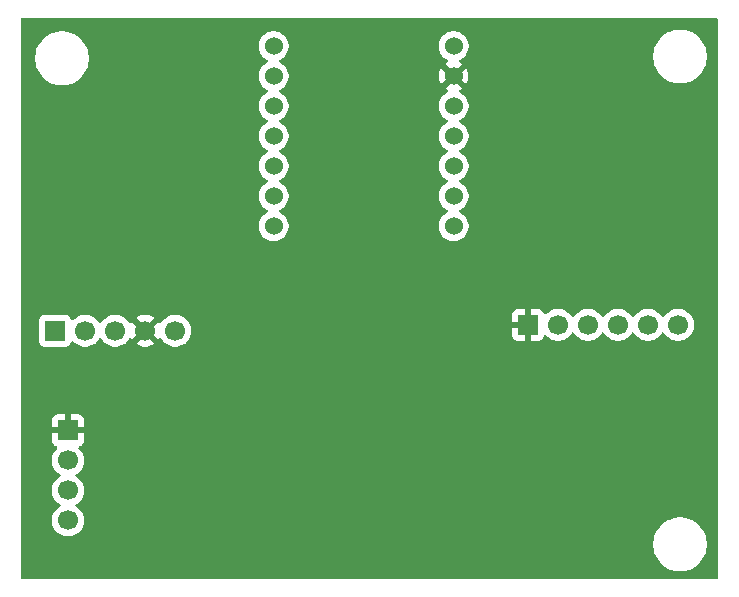
<source format=gbr>
%TF.GenerationSoftware,KiCad,Pcbnew,9.0.2*%
%TF.CreationDate,2025-07-07T13:49:35+02:00*%
%TF.ProjectId,Particulate_matters,50617274-6963-4756-9c61-74655f6d6174,rev?*%
%TF.SameCoordinates,Original*%
%TF.FileFunction,Copper,L2,Bot*%
%TF.FilePolarity,Positive*%
%FSLAX46Y46*%
G04 Gerber Fmt 4.6, Leading zero omitted, Abs format (unit mm)*
G04 Created by KiCad (PCBNEW 9.0.2) date 2025-07-07 13:49:35*
%MOMM*%
%LPD*%
G01*
G04 APERTURE LIST*
%TA.AperFunction,ComponentPad*%
%ADD10R,1.700000X1.700000*%
%TD*%
%TA.AperFunction,ComponentPad*%
%ADD11C,1.700000*%
%TD*%
%TA.AperFunction,ComponentPad*%
%ADD12C,1.524000*%
%TD*%
%TA.AperFunction,ViaPad*%
%ADD13C,0.600000*%
%TD*%
G04 APERTURE END LIST*
D10*
%TO.P,U5,1,GND*%
%TO.N,GND*%
X77470000Y-91440000D03*
D11*
%TO.P,U5,2,VCC*%
%TO.N,VCC*%
X77470000Y-93980000D03*
%TO.P,U5,3,SCK*%
%TO.N,Net-(U1-GPIO9{slash}D5{slash}I2C_SCL)*%
X77470000Y-96520000D03*
%TO.P,U5,4,SDA*%
%TO.N,Net-(U1-GPIO5{slash}D4{slash}I2C_SDA)*%
X77470000Y-99060000D03*
%TD*%
D10*
%TO.P,U2,1,PPS*%
%TO.N,unconnected-(U2-PPS-Pad1)*%
X76380000Y-83000000D03*
D11*
%TO.P,U2,2,RX*%
%TO.N,Net-(U1-GPIO2{slash}DA{slash}A1)*%
X78920000Y-83000000D03*
%TO.P,U2,3,TX*%
%TO.N,Net-(U1-GPIO3{slash}D2{slash}A2)*%
X81460000Y-83000000D03*
%TO.P,U2,4,GND*%
%TO.N,GND*%
X84000000Y-83000000D03*
%TO.P,U2,5,VCC*%
%TO.N,VCC*%
X86540000Y-83000000D03*
%TD*%
D12*
%TO.P,U1,1,GPIO1/D0/A0*%
%TO.N,unconnected-(U1-GPIO1{slash}D0{slash}A0-Pad1)*%
X94874000Y-58908750D03*
%TO.P,U1,2,GPIO2/DA/A1*%
%TO.N,Net-(U1-GPIO2{slash}DA{slash}A1)*%
X94874000Y-61448750D03*
%TO.P,U1,3,GPIO3/D2/A2*%
%TO.N,Net-(U1-GPIO3{slash}D2{slash}A2)*%
X94874000Y-63988750D03*
%TO.P,U1,4,GPIO4/D3/A3*%
%TO.N,unconnected-(U1-GPIO4{slash}D3{slash}A3-Pad4)*%
X94874000Y-66528750D03*
%TO.P,U1,5,GPIO5/D4/I2C_SDA*%
%TO.N,Net-(U1-GPIO5{slash}D4{slash}I2C_SDA)*%
X94874000Y-69068750D03*
%TO.P,U1,6,GPIO9/D5/I2C_SCL*%
%TO.N,Net-(U1-GPIO9{slash}D5{slash}I2C_SCL)*%
X94874000Y-71608750D03*
%TO.P,U1,7,U0TXD/D6/TX*%
%TO.N,unconnected-(U1-U0TXD{slash}D6{slash}TX-Pad7)*%
X94874000Y-74148750D03*
%TO.P,U1,8,U0RXD/D7/RX*%
%TO.N,Net-(U1-U0RXD{slash}D7{slash}RX)*%
X110114000Y-74148750D03*
%TO.P,U1,9,GPIO7/D8/A8/SCK*%
%TO.N,Net-(U1-GPIO7{slash}D8{slash}A8{slash}SCK)*%
X110114000Y-71608750D03*
%TO.P,U1,10,GPIO8/D9/A9/MISO*%
%TO.N,Net-(U1-GPIO8{slash}D9{slash}A9{slash}MISO)*%
X110114000Y-69068750D03*
%TO.P,U1,11,GPIO9/D10/A10/MOSI*%
%TO.N,Net-(U1-GPIO9{slash}D10{slash}A10{slash}MOSI)*%
X110114000Y-66528750D03*
%TO.P,U1,12,VCC_3V3*%
%TO.N,VCC*%
X110114000Y-63988750D03*
%TO.P,U1,13,GND*%
%TO.N,GND*%
X110114000Y-61448750D03*
%TO.P,U1,14,VBUS*%
%TO.N,unconnected-(U1-VBUS-Pad14)*%
X110114000Y-58908750D03*
%TD*%
D10*
%TO.P,U4,1,GND*%
%TO.N,GND*%
X116420000Y-82500000D03*
D11*
%TO.P,U4,2,MISO*%
%TO.N,Net-(U1-GPIO8{slash}D9{slash}A9{slash}MISO)*%
X118960000Y-82500000D03*
%TO.P,U4,3,CLK*%
%TO.N,Net-(U1-GPIO7{slash}D8{slash}A8{slash}SCK)*%
X121500000Y-82500000D03*
%TO.P,U4,4,MOSI*%
%TO.N,Net-(U1-GPIO9{slash}D10{slash}A10{slash}MOSI)*%
X124040000Y-82500000D03*
%TO.P,U4,5,CS*%
%TO.N,Net-(U1-U0RXD{slash}D7{slash}RX)*%
X126580000Y-82500000D03*
%TO.P,U4,6,3V3*%
%TO.N,VCC*%
X129120000Y-82500000D03*
%TD*%
D13*
%TO.N,GND*%
X90170000Y-96774000D03*
%TD*%
%TA.AperFunction,Conductor*%
%TO.N,GND*%
G36*
X132442539Y-56520185D02*
G01*
X132488294Y-56572989D01*
X132499500Y-56624500D01*
X132499500Y-103917500D01*
X132479815Y-103984539D01*
X132427011Y-104030294D01*
X132375500Y-104041500D01*
X73624500Y-104041500D01*
X73557461Y-104021815D01*
X73511706Y-103969011D01*
X73500500Y-103917500D01*
X73500500Y-100942665D01*
X127007500Y-100942665D01*
X127007500Y-101241334D01*
X127007501Y-101241350D01*
X127046484Y-101537456D01*
X127046485Y-101537461D01*
X127046486Y-101537467D01*
X127123790Y-101825971D01*
X127222145Y-102063419D01*
X127238088Y-102101910D01*
X127238092Y-102101920D01*
X127387430Y-102360582D01*
X127569255Y-102597541D01*
X127569261Y-102597548D01*
X127780451Y-102808738D01*
X127780458Y-102808744D01*
X128017417Y-102990569D01*
X128276079Y-103139907D01*
X128276080Y-103139907D01*
X128276083Y-103139909D01*
X128552029Y-103254210D01*
X128840533Y-103331514D01*
X129136659Y-103370500D01*
X129136666Y-103370500D01*
X129435334Y-103370500D01*
X129435341Y-103370500D01*
X129731467Y-103331514D01*
X130019971Y-103254210D01*
X130295917Y-103139909D01*
X130554583Y-102990569D01*
X130791543Y-102808743D01*
X131002743Y-102597543D01*
X131184569Y-102360583D01*
X131333909Y-102101917D01*
X131448210Y-101825971D01*
X131525514Y-101537467D01*
X131564500Y-101241341D01*
X131564500Y-100942659D01*
X131525514Y-100646533D01*
X131448210Y-100358029D01*
X131333909Y-100082083D01*
X131288107Y-100002752D01*
X131184569Y-99823417D01*
X131002744Y-99586458D01*
X131002738Y-99586451D01*
X130791548Y-99375261D01*
X130791541Y-99375255D01*
X130554582Y-99193430D01*
X130295920Y-99044092D01*
X130295910Y-99044088D01*
X130272240Y-99034283D01*
X130019971Y-98929790D01*
X129731467Y-98852486D01*
X129731461Y-98852485D01*
X129731456Y-98852484D01*
X129435350Y-98813501D01*
X129435347Y-98813500D01*
X129435341Y-98813500D01*
X129136659Y-98813500D01*
X129136653Y-98813500D01*
X129136649Y-98813501D01*
X128840543Y-98852484D01*
X128840536Y-98852485D01*
X128840533Y-98852486D01*
X128552029Y-98929790D01*
X128397320Y-98993872D01*
X128276089Y-99044088D01*
X128276079Y-99044092D01*
X128017417Y-99193430D01*
X127780458Y-99375255D01*
X127780451Y-99375261D01*
X127569261Y-99586451D01*
X127569255Y-99586458D01*
X127387430Y-99823417D01*
X127238092Y-100082079D01*
X127238088Y-100082089D01*
X127187872Y-100203320D01*
X127123790Y-100358029D01*
X127123789Y-100358033D01*
X127046487Y-100646530D01*
X127046484Y-100646543D01*
X127007501Y-100942649D01*
X127007500Y-100942665D01*
X73500500Y-100942665D01*
X73500500Y-93873713D01*
X76119500Y-93873713D01*
X76119500Y-94086286D01*
X76152753Y-94296239D01*
X76218444Y-94498414D01*
X76314951Y-94687820D01*
X76439890Y-94859786D01*
X76590213Y-95010109D01*
X76762182Y-95135050D01*
X76770946Y-95139516D01*
X76821742Y-95187491D01*
X76838536Y-95255312D01*
X76815998Y-95321447D01*
X76770946Y-95360484D01*
X76762182Y-95364949D01*
X76590213Y-95489890D01*
X76439890Y-95640213D01*
X76314951Y-95812179D01*
X76218444Y-96001585D01*
X76152753Y-96203760D01*
X76119500Y-96413713D01*
X76119500Y-96626286D01*
X76152753Y-96836239D01*
X76218444Y-97038414D01*
X76314951Y-97227820D01*
X76439890Y-97399786D01*
X76590213Y-97550109D01*
X76762182Y-97675050D01*
X76770946Y-97679516D01*
X76821742Y-97727491D01*
X76838536Y-97795312D01*
X76815998Y-97861447D01*
X76770946Y-97900484D01*
X76762182Y-97904949D01*
X76590213Y-98029890D01*
X76439890Y-98180213D01*
X76314951Y-98352179D01*
X76218444Y-98541585D01*
X76152753Y-98743760D01*
X76119500Y-98953713D01*
X76119500Y-99166286D01*
X76152753Y-99376239D01*
X76218444Y-99578414D01*
X76314951Y-99767820D01*
X76439890Y-99939786D01*
X76590213Y-100090109D01*
X76762179Y-100215048D01*
X76762181Y-100215049D01*
X76762184Y-100215051D01*
X76951588Y-100311557D01*
X77153757Y-100377246D01*
X77363713Y-100410500D01*
X77363714Y-100410500D01*
X77576286Y-100410500D01*
X77576287Y-100410500D01*
X77786243Y-100377246D01*
X77988412Y-100311557D01*
X78177816Y-100215051D01*
X78307844Y-100120581D01*
X78349786Y-100090109D01*
X78349788Y-100090106D01*
X78349792Y-100090104D01*
X78500104Y-99939792D01*
X78500106Y-99939788D01*
X78500109Y-99939786D01*
X78625048Y-99767820D01*
X78625047Y-99767820D01*
X78625051Y-99767816D01*
X78721557Y-99578412D01*
X78787246Y-99376243D01*
X78820500Y-99166287D01*
X78820500Y-98953713D01*
X78787246Y-98743757D01*
X78721557Y-98541588D01*
X78625051Y-98352184D01*
X78625049Y-98352181D01*
X78625048Y-98352179D01*
X78500109Y-98180213D01*
X78349786Y-98029890D01*
X78177820Y-97904951D01*
X78177115Y-97904591D01*
X78169054Y-97900485D01*
X78118259Y-97852512D01*
X78101463Y-97784692D01*
X78123999Y-97718556D01*
X78169054Y-97679515D01*
X78177816Y-97675051D01*
X78199789Y-97659086D01*
X78349786Y-97550109D01*
X78349788Y-97550106D01*
X78349792Y-97550104D01*
X78500104Y-97399792D01*
X78500106Y-97399788D01*
X78500109Y-97399786D01*
X78625048Y-97227820D01*
X78625047Y-97227820D01*
X78625051Y-97227816D01*
X78721557Y-97038412D01*
X78787246Y-96836243D01*
X78820500Y-96626287D01*
X78820500Y-96413713D01*
X78787246Y-96203757D01*
X78721557Y-96001588D01*
X78625051Y-95812184D01*
X78625049Y-95812181D01*
X78625048Y-95812179D01*
X78500109Y-95640213D01*
X78349786Y-95489890D01*
X78177820Y-95364951D01*
X78177115Y-95364591D01*
X78169054Y-95360485D01*
X78118259Y-95312512D01*
X78101463Y-95244692D01*
X78123999Y-95178556D01*
X78169054Y-95139515D01*
X78177816Y-95135051D01*
X78199789Y-95119086D01*
X78349786Y-95010109D01*
X78349788Y-95010106D01*
X78349792Y-95010104D01*
X78500104Y-94859792D01*
X78500106Y-94859788D01*
X78500109Y-94859786D01*
X78625048Y-94687820D01*
X78625047Y-94687820D01*
X78625051Y-94687816D01*
X78721557Y-94498412D01*
X78787246Y-94296243D01*
X78820500Y-94086287D01*
X78820500Y-93873713D01*
X78787246Y-93663757D01*
X78721557Y-93461588D01*
X78625051Y-93272184D01*
X78625049Y-93272181D01*
X78625048Y-93272179D01*
X78500109Y-93100213D01*
X78386181Y-92986285D01*
X78352696Y-92924962D01*
X78357680Y-92855270D01*
X78399552Y-92799337D01*
X78430529Y-92782422D01*
X78562086Y-92733354D01*
X78562093Y-92733350D01*
X78677187Y-92647190D01*
X78677190Y-92647187D01*
X78763350Y-92532093D01*
X78763354Y-92532086D01*
X78813596Y-92397379D01*
X78813598Y-92397372D01*
X78819999Y-92337844D01*
X78820000Y-92337827D01*
X78820000Y-91690000D01*
X77903012Y-91690000D01*
X77935925Y-91632993D01*
X77970000Y-91505826D01*
X77970000Y-91374174D01*
X77935925Y-91247007D01*
X77903012Y-91190000D01*
X78820000Y-91190000D01*
X78820000Y-90542172D01*
X78819999Y-90542155D01*
X78813598Y-90482627D01*
X78813596Y-90482620D01*
X78763354Y-90347913D01*
X78763350Y-90347906D01*
X78677190Y-90232812D01*
X78677187Y-90232809D01*
X78562093Y-90146649D01*
X78562086Y-90146645D01*
X78427379Y-90096403D01*
X78427372Y-90096401D01*
X78367844Y-90090000D01*
X77720000Y-90090000D01*
X77720000Y-91006988D01*
X77662993Y-90974075D01*
X77535826Y-90940000D01*
X77404174Y-90940000D01*
X77277007Y-90974075D01*
X77220000Y-91006988D01*
X77220000Y-90090000D01*
X76572155Y-90090000D01*
X76512627Y-90096401D01*
X76512620Y-90096403D01*
X76377913Y-90146645D01*
X76377906Y-90146649D01*
X76262812Y-90232809D01*
X76262809Y-90232812D01*
X76176649Y-90347906D01*
X76176645Y-90347913D01*
X76126403Y-90482620D01*
X76126401Y-90482627D01*
X76120000Y-90542155D01*
X76120000Y-91190000D01*
X77036988Y-91190000D01*
X77004075Y-91247007D01*
X76970000Y-91374174D01*
X76970000Y-91505826D01*
X77004075Y-91632993D01*
X77036988Y-91690000D01*
X76120000Y-91690000D01*
X76120000Y-92337844D01*
X76126401Y-92397372D01*
X76126403Y-92397379D01*
X76176645Y-92532086D01*
X76176649Y-92532093D01*
X76262809Y-92647187D01*
X76262812Y-92647190D01*
X76377906Y-92733350D01*
X76377913Y-92733354D01*
X76509470Y-92782422D01*
X76565404Y-92824293D01*
X76589821Y-92889758D01*
X76574969Y-92958031D01*
X76553819Y-92986285D01*
X76439889Y-93100215D01*
X76314951Y-93272179D01*
X76218444Y-93461585D01*
X76152753Y-93663760D01*
X76119500Y-93873713D01*
X73500500Y-93873713D01*
X73500500Y-82102135D01*
X75029500Y-82102135D01*
X75029500Y-83897870D01*
X75029501Y-83897876D01*
X75035908Y-83957483D01*
X75086202Y-84092328D01*
X75086206Y-84092335D01*
X75172452Y-84207544D01*
X75172455Y-84207547D01*
X75287664Y-84293793D01*
X75287671Y-84293797D01*
X75422517Y-84344091D01*
X75422516Y-84344091D01*
X75429444Y-84344835D01*
X75482127Y-84350500D01*
X77277872Y-84350499D01*
X77337483Y-84344091D01*
X77472331Y-84293796D01*
X77587546Y-84207546D01*
X77673796Y-84092331D01*
X77722810Y-83960916D01*
X77764681Y-83904984D01*
X77830145Y-83880566D01*
X77898418Y-83895417D01*
X77926673Y-83916569D01*
X78040213Y-84030109D01*
X78212179Y-84155048D01*
X78212181Y-84155049D01*
X78212184Y-84155051D01*
X78401588Y-84251557D01*
X78603757Y-84317246D01*
X78813713Y-84350500D01*
X78813714Y-84350500D01*
X79026286Y-84350500D01*
X79026287Y-84350500D01*
X79236243Y-84317246D01*
X79438412Y-84251557D01*
X79627816Y-84155051D01*
X79714138Y-84092335D01*
X79799786Y-84030109D01*
X79799788Y-84030106D01*
X79799792Y-84030104D01*
X79950104Y-83879792D01*
X79950106Y-83879788D01*
X79950109Y-83879786D01*
X80075048Y-83707820D01*
X80075047Y-83707820D01*
X80075051Y-83707816D01*
X80079514Y-83699054D01*
X80127488Y-83648259D01*
X80195308Y-83631463D01*
X80261444Y-83653999D01*
X80300486Y-83699056D01*
X80304951Y-83707820D01*
X80429890Y-83879786D01*
X80580213Y-84030109D01*
X80752179Y-84155048D01*
X80752181Y-84155049D01*
X80752184Y-84155051D01*
X80941588Y-84251557D01*
X81143757Y-84317246D01*
X81353713Y-84350500D01*
X81353714Y-84350500D01*
X81566286Y-84350500D01*
X81566287Y-84350500D01*
X81776243Y-84317246D01*
X81978412Y-84251557D01*
X82167816Y-84155051D01*
X82254138Y-84092335D01*
X82339786Y-84030109D01*
X82339788Y-84030106D01*
X82339792Y-84030104D01*
X82490104Y-83879792D01*
X82490106Y-83879788D01*
X82490109Y-83879786D01*
X82575890Y-83761717D01*
X82615051Y-83707816D01*
X82619793Y-83698508D01*
X82667763Y-83647711D01*
X82735583Y-83630911D01*
X82801719Y-83653445D01*
X82840763Y-83698500D01*
X82845373Y-83707547D01*
X82884728Y-83761716D01*
X83517037Y-83129408D01*
X83534075Y-83192993D01*
X83599901Y-83307007D01*
X83692993Y-83400099D01*
X83807007Y-83465925D01*
X83870590Y-83482962D01*
X83238282Y-84115269D01*
X83238282Y-84115270D01*
X83292449Y-84154624D01*
X83481782Y-84251095D01*
X83683870Y-84316757D01*
X83893754Y-84350000D01*
X84106246Y-84350000D01*
X84316127Y-84316757D01*
X84316130Y-84316757D01*
X84518217Y-84251095D01*
X84707554Y-84154622D01*
X84761716Y-84115270D01*
X84761717Y-84115270D01*
X84129408Y-83482962D01*
X84192993Y-83465925D01*
X84307007Y-83400099D01*
X84400099Y-83307007D01*
X84465925Y-83192993D01*
X84482962Y-83129408D01*
X85115270Y-83761717D01*
X85115270Y-83761716D01*
X85154622Y-83707555D01*
X85159232Y-83698507D01*
X85207205Y-83647709D01*
X85275025Y-83630912D01*
X85341161Y-83653447D01*
X85380204Y-83698504D01*
X85384949Y-83707817D01*
X85509890Y-83879786D01*
X85660213Y-84030109D01*
X85832179Y-84155048D01*
X85832181Y-84155049D01*
X85832184Y-84155051D01*
X86021588Y-84251557D01*
X86223757Y-84317246D01*
X86433713Y-84350500D01*
X86433714Y-84350500D01*
X86646286Y-84350500D01*
X86646287Y-84350500D01*
X86856243Y-84317246D01*
X87058412Y-84251557D01*
X87247816Y-84155051D01*
X87334138Y-84092335D01*
X87419786Y-84030109D01*
X87419788Y-84030106D01*
X87419792Y-84030104D01*
X87570104Y-83879792D01*
X87570106Y-83879788D01*
X87570109Y-83879786D01*
X87695048Y-83707820D01*
X87695047Y-83707820D01*
X87695051Y-83707816D01*
X87791557Y-83518412D01*
X87857246Y-83316243D01*
X87890500Y-83106287D01*
X87890500Y-82893713D01*
X87857246Y-82683757D01*
X87791557Y-82481588D01*
X87695051Y-82292184D01*
X87695049Y-82292181D01*
X87695048Y-82292179D01*
X87570109Y-82120213D01*
X87419786Y-81969890D01*
X87247820Y-81844951D01*
X87058414Y-81748444D01*
X87058413Y-81748443D01*
X87058412Y-81748443D01*
X86856243Y-81682754D01*
X86856241Y-81682753D01*
X86856240Y-81682753D01*
X86694957Y-81657208D01*
X86646287Y-81649500D01*
X86433713Y-81649500D01*
X86385042Y-81657208D01*
X86223760Y-81682753D01*
X86021585Y-81748444D01*
X85832179Y-81844951D01*
X85660213Y-81969890D01*
X85509890Y-82120213D01*
X85384949Y-82292182D01*
X85380202Y-82301499D01*
X85332227Y-82352293D01*
X85264405Y-82369087D01*
X85198271Y-82346548D01*
X85159234Y-82301495D01*
X85154626Y-82292452D01*
X85115270Y-82238282D01*
X85115269Y-82238282D01*
X84482962Y-82870590D01*
X84465925Y-82807007D01*
X84400099Y-82692993D01*
X84307007Y-82599901D01*
X84192993Y-82534075D01*
X84129409Y-82517037D01*
X84761716Y-81884728D01*
X84707550Y-81845375D01*
X84518217Y-81748904D01*
X84316129Y-81683242D01*
X84106246Y-81650000D01*
X83893754Y-81650000D01*
X83683872Y-81683242D01*
X83683869Y-81683242D01*
X83481782Y-81748904D01*
X83292439Y-81845380D01*
X83238282Y-81884727D01*
X83238282Y-81884728D01*
X83870591Y-82517037D01*
X83807007Y-82534075D01*
X83692993Y-82599901D01*
X83599901Y-82692993D01*
X83534075Y-82807007D01*
X83517037Y-82870591D01*
X82884728Y-82238282D01*
X82884727Y-82238282D01*
X82845380Y-82292440D01*
X82845376Y-82292446D01*
X82840760Y-82301505D01*
X82792781Y-82352297D01*
X82724959Y-82369087D01*
X82658826Y-82346543D01*
X82619794Y-82301493D01*
X82615051Y-82292184D01*
X82615049Y-82292181D01*
X82615048Y-82292179D01*
X82490109Y-82120213D01*
X82339786Y-81969890D01*
X82167820Y-81844951D01*
X81978414Y-81748444D01*
X81978413Y-81748443D01*
X81978412Y-81748443D01*
X81776243Y-81682754D01*
X81776241Y-81682753D01*
X81776240Y-81682753D01*
X81614957Y-81657208D01*
X81566287Y-81649500D01*
X81353713Y-81649500D01*
X81305042Y-81657208D01*
X81143760Y-81682753D01*
X80941585Y-81748444D01*
X80752179Y-81844951D01*
X80580213Y-81969890D01*
X80429890Y-82120213D01*
X80304949Y-82292182D01*
X80300484Y-82300946D01*
X80252509Y-82351742D01*
X80184688Y-82368536D01*
X80118553Y-82345998D01*
X80079516Y-82300946D01*
X80075050Y-82292182D01*
X79950109Y-82120213D01*
X79799786Y-81969890D01*
X79627820Y-81844951D01*
X79438414Y-81748444D01*
X79438413Y-81748443D01*
X79438412Y-81748443D01*
X79236243Y-81682754D01*
X79236241Y-81682753D01*
X79236240Y-81682753D01*
X79074957Y-81657208D01*
X79026287Y-81649500D01*
X78813713Y-81649500D01*
X78765042Y-81657208D01*
X78603760Y-81682753D01*
X78401585Y-81748444D01*
X78212179Y-81844951D01*
X78040215Y-81969889D01*
X77926673Y-82083431D01*
X77865350Y-82116915D01*
X77795658Y-82111931D01*
X77739725Y-82070059D01*
X77722810Y-82039082D01*
X77673797Y-81907671D01*
X77673793Y-81907664D01*
X77587547Y-81792455D01*
X77587544Y-81792452D01*
X77472335Y-81706206D01*
X77472328Y-81706202D01*
X77337482Y-81655908D01*
X77337483Y-81655908D01*
X77277883Y-81649501D01*
X77277881Y-81649500D01*
X77277873Y-81649500D01*
X77277864Y-81649500D01*
X75482129Y-81649500D01*
X75482123Y-81649501D01*
X75422516Y-81655908D01*
X75287671Y-81706202D01*
X75287664Y-81706206D01*
X75172455Y-81792452D01*
X75172452Y-81792455D01*
X75086206Y-81907664D01*
X75086202Y-81907671D01*
X75035908Y-82042517D01*
X75029501Y-82102116D01*
X75029500Y-82102135D01*
X73500500Y-82102135D01*
X73500500Y-81602155D01*
X115070000Y-81602155D01*
X115070000Y-82250000D01*
X115986988Y-82250000D01*
X115954075Y-82307007D01*
X115920000Y-82434174D01*
X115920000Y-82565826D01*
X115954075Y-82692993D01*
X115986988Y-82750000D01*
X115070000Y-82750000D01*
X115070000Y-83397844D01*
X115076401Y-83457372D01*
X115076403Y-83457379D01*
X115126645Y-83592086D01*
X115126649Y-83592093D01*
X115212809Y-83707187D01*
X115212812Y-83707190D01*
X115327906Y-83793350D01*
X115327913Y-83793354D01*
X115462620Y-83843596D01*
X115462627Y-83843598D01*
X115522155Y-83849999D01*
X115522172Y-83850000D01*
X116170000Y-83850000D01*
X116170000Y-82933012D01*
X116227007Y-82965925D01*
X116354174Y-83000000D01*
X116485826Y-83000000D01*
X116612993Y-82965925D01*
X116670000Y-82933012D01*
X116670000Y-83850000D01*
X117317828Y-83850000D01*
X117317844Y-83849999D01*
X117377372Y-83843598D01*
X117377379Y-83843596D01*
X117512086Y-83793354D01*
X117512093Y-83793350D01*
X117627187Y-83707190D01*
X117627190Y-83707187D01*
X117713350Y-83592093D01*
X117713354Y-83592086D01*
X117762422Y-83460529D01*
X117804293Y-83404595D01*
X117869757Y-83380178D01*
X117938030Y-83395030D01*
X117966285Y-83416181D01*
X118080213Y-83530109D01*
X118252179Y-83655048D01*
X118252181Y-83655049D01*
X118252184Y-83655051D01*
X118441588Y-83751557D01*
X118643757Y-83817246D01*
X118853713Y-83850500D01*
X118853714Y-83850500D01*
X119066286Y-83850500D01*
X119066287Y-83850500D01*
X119276243Y-83817246D01*
X119478412Y-83751557D01*
X119667816Y-83655051D01*
X119754471Y-83592093D01*
X119839786Y-83530109D01*
X119839788Y-83530106D01*
X119839792Y-83530104D01*
X119990104Y-83379792D01*
X119990106Y-83379788D01*
X119990109Y-83379786D01*
X120115048Y-83207820D01*
X120115047Y-83207820D01*
X120115051Y-83207816D01*
X120119514Y-83199054D01*
X120167488Y-83148259D01*
X120235308Y-83131463D01*
X120301444Y-83153999D01*
X120340486Y-83199056D01*
X120344951Y-83207820D01*
X120469890Y-83379786D01*
X120620213Y-83530109D01*
X120792179Y-83655048D01*
X120792181Y-83655049D01*
X120792184Y-83655051D01*
X120981588Y-83751557D01*
X121183757Y-83817246D01*
X121393713Y-83850500D01*
X121393714Y-83850500D01*
X121606286Y-83850500D01*
X121606287Y-83850500D01*
X121816243Y-83817246D01*
X122018412Y-83751557D01*
X122207816Y-83655051D01*
X122294471Y-83592093D01*
X122379786Y-83530109D01*
X122379788Y-83530106D01*
X122379792Y-83530104D01*
X122530104Y-83379792D01*
X122530106Y-83379788D01*
X122530109Y-83379786D01*
X122655048Y-83207820D01*
X122655047Y-83207820D01*
X122655051Y-83207816D01*
X122659514Y-83199054D01*
X122707488Y-83148259D01*
X122775308Y-83131463D01*
X122841444Y-83153999D01*
X122880486Y-83199056D01*
X122884951Y-83207820D01*
X123009890Y-83379786D01*
X123160213Y-83530109D01*
X123332179Y-83655048D01*
X123332181Y-83655049D01*
X123332184Y-83655051D01*
X123521588Y-83751557D01*
X123723757Y-83817246D01*
X123933713Y-83850500D01*
X123933714Y-83850500D01*
X124146286Y-83850500D01*
X124146287Y-83850500D01*
X124356243Y-83817246D01*
X124558412Y-83751557D01*
X124747816Y-83655051D01*
X124834471Y-83592093D01*
X124919786Y-83530109D01*
X124919788Y-83530106D01*
X124919792Y-83530104D01*
X125070104Y-83379792D01*
X125070106Y-83379788D01*
X125070109Y-83379786D01*
X125195048Y-83207820D01*
X125195047Y-83207820D01*
X125195051Y-83207816D01*
X125199514Y-83199054D01*
X125247488Y-83148259D01*
X125315308Y-83131463D01*
X125381444Y-83153999D01*
X125420486Y-83199056D01*
X125424951Y-83207820D01*
X125549890Y-83379786D01*
X125700213Y-83530109D01*
X125872179Y-83655048D01*
X125872181Y-83655049D01*
X125872184Y-83655051D01*
X126061588Y-83751557D01*
X126263757Y-83817246D01*
X126473713Y-83850500D01*
X126473714Y-83850500D01*
X126686286Y-83850500D01*
X126686287Y-83850500D01*
X126896243Y-83817246D01*
X127098412Y-83751557D01*
X127287816Y-83655051D01*
X127374471Y-83592093D01*
X127459786Y-83530109D01*
X127459788Y-83530106D01*
X127459792Y-83530104D01*
X127610104Y-83379792D01*
X127610106Y-83379788D01*
X127610109Y-83379786D01*
X127735048Y-83207820D01*
X127735047Y-83207820D01*
X127735051Y-83207816D01*
X127739514Y-83199054D01*
X127787488Y-83148259D01*
X127855308Y-83131463D01*
X127921444Y-83153999D01*
X127960486Y-83199056D01*
X127964951Y-83207820D01*
X128089890Y-83379786D01*
X128240213Y-83530109D01*
X128412179Y-83655048D01*
X128412181Y-83655049D01*
X128412184Y-83655051D01*
X128601588Y-83751557D01*
X128803757Y-83817246D01*
X129013713Y-83850500D01*
X129013714Y-83850500D01*
X129226286Y-83850500D01*
X129226287Y-83850500D01*
X129436243Y-83817246D01*
X129638412Y-83751557D01*
X129827816Y-83655051D01*
X129914471Y-83592093D01*
X129999786Y-83530109D01*
X129999788Y-83530106D01*
X129999792Y-83530104D01*
X130150104Y-83379792D01*
X130150106Y-83379788D01*
X130150109Y-83379786D01*
X130275048Y-83207820D01*
X130275047Y-83207820D01*
X130275051Y-83207816D01*
X130371557Y-83018412D01*
X130437246Y-82816243D01*
X130470500Y-82606287D01*
X130470500Y-82393713D01*
X130437246Y-82183757D01*
X130371557Y-81981588D01*
X130275051Y-81792184D01*
X130275049Y-81792181D01*
X130275048Y-81792179D01*
X130150109Y-81620213D01*
X129999786Y-81469890D01*
X129827820Y-81344951D01*
X129638414Y-81248444D01*
X129638413Y-81248443D01*
X129638412Y-81248443D01*
X129436243Y-81182754D01*
X129436241Y-81182753D01*
X129436240Y-81182753D01*
X129274957Y-81157208D01*
X129226287Y-81149500D01*
X129013713Y-81149500D01*
X128965042Y-81157208D01*
X128803760Y-81182753D01*
X128601585Y-81248444D01*
X128412179Y-81344951D01*
X128240213Y-81469890D01*
X128089890Y-81620213D01*
X127964949Y-81792182D01*
X127960484Y-81800946D01*
X127912509Y-81851742D01*
X127844688Y-81868536D01*
X127778553Y-81845998D01*
X127739516Y-81800946D01*
X127735050Y-81792182D01*
X127610109Y-81620213D01*
X127459786Y-81469890D01*
X127287820Y-81344951D01*
X127098414Y-81248444D01*
X127098413Y-81248443D01*
X127098412Y-81248443D01*
X126896243Y-81182754D01*
X126896241Y-81182753D01*
X126896240Y-81182753D01*
X126734957Y-81157208D01*
X126686287Y-81149500D01*
X126473713Y-81149500D01*
X126425042Y-81157208D01*
X126263760Y-81182753D01*
X126061585Y-81248444D01*
X125872179Y-81344951D01*
X125700213Y-81469890D01*
X125549890Y-81620213D01*
X125424949Y-81792182D01*
X125420484Y-81800946D01*
X125372509Y-81851742D01*
X125304688Y-81868536D01*
X125238553Y-81845998D01*
X125199516Y-81800946D01*
X125195050Y-81792182D01*
X125070109Y-81620213D01*
X124919786Y-81469890D01*
X124747820Y-81344951D01*
X124558414Y-81248444D01*
X124558413Y-81248443D01*
X124558412Y-81248443D01*
X124356243Y-81182754D01*
X124356241Y-81182753D01*
X124356240Y-81182753D01*
X124194957Y-81157208D01*
X124146287Y-81149500D01*
X123933713Y-81149500D01*
X123885042Y-81157208D01*
X123723760Y-81182753D01*
X123521585Y-81248444D01*
X123332179Y-81344951D01*
X123160213Y-81469890D01*
X123009890Y-81620213D01*
X122884949Y-81792182D01*
X122880484Y-81800946D01*
X122832509Y-81851742D01*
X122764688Y-81868536D01*
X122698553Y-81845998D01*
X122659516Y-81800946D01*
X122655050Y-81792182D01*
X122530109Y-81620213D01*
X122379786Y-81469890D01*
X122207820Y-81344951D01*
X122018414Y-81248444D01*
X122018413Y-81248443D01*
X122018412Y-81248443D01*
X121816243Y-81182754D01*
X121816241Y-81182753D01*
X121816240Y-81182753D01*
X121654957Y-81157208D01*
X121606287Y-81149500D01*
X121393713Y-81149500D01*
X121345042Y-81157208D01*
X121183760Y-81182753D01*
X120981585Y-81248444D01*
X120792179Y-81344951D01*
X120620213Y-81469890D01*
X120469890Y-81620213D01*
X120344949Y-81792182D01*
X120340484Y-81800946D01*
X120292509Y-81851742D01*
X120224688Y-81868536D01*
X120158553Y-81845998D01*
X120119516Y-81800946D01*
X120115050Y-81792182D01*
X119990109Y-81620213D01*
X119839786Y-81469890D01*
X119667820Y-81344951D01*
X119478414Y-81248444D01*
X119478413Y-81248443D01*
X119478412Y-81248443D01*
X119276243Y-81182754D01*
X119276241Y-81182753D01*
X119276240Y-81182753D01*
X119114957Y-81157208D01*
X119066287Y-81149500D01*
X118853713Y-81149500D01*
X118805042Y-81157208D01*
X118643760Y-81182753D01*
X118441585Y-81248444D01*
X118252179Y-81344951D01*
X118080215Y-81469889D01*
X117966285Y-81583819D01*
X117904962Y-81617303D01*
X117835270Y-81612319D01*
X117779337Y-81570447D01*
X117762422Y-81539470D01*
X117713354Y-81407913D01*
X117713350Y-81407906D01*
X117627190Y-81292812D01*
X117627187Y-81292809D01*
X117512093Y-81206649D01*
X117512086Y-81206645D01*
X117377379Y-81156403D01*
X117377372Y-81156401D01*
X117317844Y-81150000D01*
X116670000Y-81150000D01*
X116670000Y-82066988D01*
X116612993Y-82034075D01*
X116485826Y-82000000D01*
X116354174Y-82000000D01*
X116227007Y-82034075D01*
X116170000Y-82066988D01*
X116170000Y-81150000D01*
X115522155Y-81150000D01*
X115462627Y-81156401D01*
X115462620Y-81156403D01*
X115327913Y-81206645D01*
X115327906Y-81206649D01*
X115212812Y-81292809D01*
X115212809Y-81292812D01*
X115126649Y-81407906D01*
X115126645Y-81407913D01*
X115076403Y-81542620D01*
X115076401Y-81542627D01*
X115070000Y-81602155D01*
X73500500Y-81602155D01*
X73500500Y-59794665D01*
X74683500Y-59794665D01*
X74683500Y-60093334D01*
X74683501Y-60093350D01*
X74722484Y-60389456D01*
X74722485Y-60389461D01*
X74722486Y-60389467D01*
X74799790Y-60677971D01*
X74898145Y-60915419D01*
X74914088Y-60953910D01*
X74914092Y-60953920D01*
X75063430Y-61212582D01*
X75245255Y-61449541D01*
X75245261Y-61449548D01*
X75456451Y-61660738D01*
X75456458Y-61660744D01*
X75693417Y-61842569D01*
X75952079Y-61991907D01*
X75952080Y-61991907D01*
X75952083Y-61991909D01*
X76228029Y-62106210D01*
X76516533Y-62183514D01*
X76812659Y-62222500D01*
X76812666Y-62222500D01*
X77111334Y-62222500D01*
X77111341Y-62222500D01*
X77407467Y-62183514D01*
X77695971Y-62106210D01*
X77971917Y-61991909D01*
X78230583Y-61842569D01*
X78467543Y-61660743D01*
X78678743Y-61449543D01*
X78860569Y-61212583D01*
X79009909Y-60953917D01*
X79124210Y-60677971D01*
X79201514Y-60389467D01*
X79240500Y-60093341D01*
X79240500Y-59794659D01*
X79201514Y-59498533D01*
X79124210Y-59210029D01*
X79009909Y-58934083D01*
X78964107Y-58854752D01*
X78937917Y-58809389D01*
X93611500Y-58809389D01*
X93611500Y-59008110D01*
X93642587Y-59204387D01*
X93703993Y-59393379D01*
X93703994Y-59393382D01*
X93757572Y-59498533D01*
X93794213Y-59570444D01*
X93911019Y-59731214D01*
X94051536Y-59871731D01*
X94212306Y-59988537D01*
X94321611Y-60044231D01*
X94368780Y-60068265D01*
X94419576Y-60116240D01*
X94436371Y-60184061D01*
X94413833Y-60250196D01*
X94368780Y-60289235D01*
X94212305Y-60368963D01*
X94051533Y-60485771D01*
X93911021Y-60626283D01*
X93794213Y-60787055D01*
X93703994Y-60964117D01*
X93703993Y-60964120D01*
X93642587Y-61153112D01*
X93611500Y-61349389D01*
X93611500Y-61548110D01*
X93642587Y-61744387D01*
X93703993Y-61933379D01*
X93703994Y-61933382D01*
X93770598Y-62064098D01*
X93794213Y-62110444D01*
X93911019Y-62271214D01*
X94051536Y-62411731D01*
X94212306Y-62528537D01*
X94330832Y-62588929D01*
X94368780Y-62608265D01*
X94419576Y-62656240D01*
X94436371Y-62724061D01*
X94413833Y-62790196D01*
X94368780Y-62829235D01*
X94212305Y-62908963D01*
X94051533Y-63025771D01*
X93911021Y-63166283D01*
X93794213Y-63327055D01*
X93703994Y-63504117D01*
X93703993Y-63504120D01*
X93642587Y-63693112D01*
X93611500Y-63889389D01*
X93611500Y-64088110D01*
X93642587Y-64284387D01*
X93703993Y-64473379D01*
X93703994Y-64473382D01*
X93794213Y-64650444D01*
X93911019Y-64811214D01*
X94051536Y-64951731D01*
X94212306Y-65068537D01*
X94330832Y-65128929D01*
X94368780Y-65148265D01*
X94419576Y-65196240D01*
X94436371Y-65264061D01*
X94413833Y-65330196D01*
X94368780Y-65369235D01*
X94212305Y-65448963D01*
X94051533Y-65565771D01*
X93911021Y-65706283D01*
X93794213Y-65867055D01*
X93703994Y-66044117D01*
X93703993Y-66044120D01*
X93642587Y-66233112D01*
X93611500Y-66429389D01*
X93611500Y-66628110D01*
X93642587Y-66824387D01*
X93703993Y-67013379D01*
X93703994Y-67013382D01*
X93794213Y-67190444D01*
X93911019Y-67351214D01*
X94051536Y-67491731D01*
X94212306Y-67608537D01*
X94330832Y-67668929D01*
X94368780Y-67688265D01*
X94419576Y-67736240D01*
X94436371Y-67804061D01*
X94413833Y-67870196D01*
X94368780Y-67909235D01*
X94212305Y-67988963D01*
X94051533Y-68105771D01*
X93911021Y-68246283D01*
X93794213Y-68407055D01*
X93703994Y-68584117D01*
X93703993Y-68584120D01*
X93642587Y-68773112D01*
X93611500Y-68969389D01*
X93611500Y-69168110D01*
X93642587Y-69364387D01*
X93703993Y-69553379D01*
X93703994Y-69553382D01*
X93794213Y-69730444D01*
X93911019Y-69891214D01*
X94051536Y-70031731D01*
X94212306Y-70148537D01*
X94330832Y-70208929D01*
X94368780Y-70228265D01*
X94419576Y-70276240D01*
X94436371Y-70344061D01*
X94413833Y-70410196D01*
X94368780Y-70449235D01*
X94212305Y-70528963D01*
X94051533Y-70645771D01*
X93911021Y-70786283D01*
X93794213Y-70947055D01*
X93703994Y-71124117D01*
X93703993Y-71124120D01*
X93642587Y-71313112D01*
X93611500Y-71509389D01*
X93611500Y-71708110D01*
X93642587Y-71904387D01*
X93703993Y-72093379D01*
X93703994Y-72093382D01*
X93794213Y-72270444D01*
X93911019Y-72431214D01*
X94051536Y-72571731D01*
X94212306Y-72688537D01*
X94330832Y-72748929D01*
X94368780Y-72768265D01*
X94419576Y-72816240D01*
X94436371Y-72884061D01*
X94413833Y-72950196D01*
X94368780Y-72989235D01*
X94212305Y-73068963D01*
X94051533Y-73185771D01*
X93911021Y-73326283D01*
X93794213Y-73487055D01*
X93703994Y-73664117D01*
X93703993Y-73664120D01*
X93642587Y-73853112D01*
X93611500Y-74049389D01*
X93611500Y-74248110D01*
X93642587Y-74444387D01*
X93703993Y-74633379D01*
X93703994Y-74633382D01*
X93794213Y-74810444D01*
X93911019Y-74971214D01*
X94051536Y-75111731D01*
X94212306Y-75228537D01*
X94299149Y-75272785D01*
X94389367Y-75318755D01*
X94389370Y-75318756D01*
X94483866Y-75349459D01*
X94578364Y-75380163D01*
X94774639Y-75411250D01*
X94774640Y-75411250D01*
X94973360Y-75411250D01*
X94973361Y-75411250D01*
X95169636Y-75380163D01*
X95358632Y-75318755D01*
X95535694Y-75228537D01*
X95696464Y-75111731D01*
X95836981Y-74971214D01*
X95953787Y-74810444D01*
X96044005Y-74633382D01*
X96105413Y-74444386D01*
X96136500Y-74248111D01*
X96136500Y-74049389D01*
X96105413Y-73853114D01*
X96044005Y-73664118D01*
X96044005Y-73664117D01*
X95953786Y-73487055D01*
X95836981Y-73326286D01*
X95696464Y-73185769D01*
X95535694Y-73068963D01*
X95379218Y-72989234D01*
X95328423Y-72941260D01*
X95311628Y-72873439D01*
X95334165Y-72807304D01*
X95379218Y-72768265D01*
X95535694Y-72688537D01*
X95696464Y-72571731D01*
X95836981Y-72431214D01*
X95953787Y-72270444D01*
X96044005Y-72093382D01*
X96105413Y-71904386D01*
X96136500Y-71708111D01*
X96136500Y-71509389D01*
X96105413Y-71313114D01*
X96044005Y-71124118D01*
X96044005Y-71124117D01*
X95953786Y-70947055D01*
X95836981Y-70786286D01*
X95696464Y-70645769D01*
X95535694Y-70528963D01*
X95379218Y-70449234D01*
X95328423Y-70401260D01*
X95311628Y-70333439D01*
X95334165Y-70267304D01*
X95379218Y-70228265D01*
X95535694Y-70148537D01*
X95696464Y-70031731D01*
X95836981Y-69891214D01*
X95953787Y-69730444D01*
X96044005Y-69553382D01*
X96105413Y-69364386D01*
X96136500Y-69168111D01*
X96136500Y-68969389D01*
X96105413Y-68773114D01*
X96044005Y-68584118D01*
X96044005Y-68584117D01*
X95953786Y-68407055D01*
X95836981Y-68246286D01*
X95696464Y-68105769D01*
X95535694Y-67988963D01*
X95379218Y-67909234D01*
X95328423Y-67861260D01*
X95311628Y-67793439D01*
X95334165Y-67727304D01*
X95379218Y-67688265D01*
X95535694Y-67608537D01*
X95696464Y-67491731D01*
X95836981Y-67351214D01*
X95953787Y-67190444D01*
X96044005Y-67013382D01*
X96105413Y-66824386D01*
X96136500Y-66628111D01*
X96136500Y-66429389D01*
X96105413Y-66233114D01*
X96044005Y-66044118D01*
X96044005Y-66044117D01*
X95953786Y-65867055D01*
X95836981Y-65706286D01*
X95696464Y-65565769D01*
X95535694Y-65448963D01*
X95379218Y-65369234D01*
X95328423Y-65321260D01*
X95311628Y-65253439D01*
X95334165Y-65187304D01*
X95379218Y-65148265D01*
X95535694Y-65068537D01*
X95696464Y-64951731D01*
X95836981Y-64811214D01*
X95953787Y-64650444D01*
X96044005Y-64473382D01*
X96105413Y-64284386D01*
X96136500Y-64088111D01*
X96136500Y-63889389D01*
X96105413Y-63693114D01*
X96044005Y-63504118D01*
X96044005Y-63504117D01*
X95953786Y-63327055D01*
X95836981Y-63166286D01*
X95696464Y-63025769D01*
X95535694Y-62908963D01*
X95379218Y-62829234D01*
X95328423Y-62781260D01*
X95311628Y-62713439D01*
X95334165Y-62647304D01*
X95379218Y-62608265D01*
X95535694Y-62528537D01*
X95696464Y-62411731D01*
X95836981Y-62271214D01*
X95953787Y-62110444D01*
X96044005Y-61933382D01*
X96105413Y-61744386D01*
X96136500Y-61548111D01*
X96136500Y-61349389D01*
X96105413Y-61153114D01*
X96044005Y-60964118D01*
X96044005Y-60964117D01*
X95998035Y-60873899D01*
X95953787Y-60787056D01*
X95836981Y-60626286D01*
X95696464Y-60485769D01*
X95535694Y-60368963D01*
X95379218Y-60289234D01*
X95328423Y-60241260D01*
X95311628Y-60173439D01*
X95334165Y-60107304D01*
X95379218Y-60068265D01*
X95535694Y-59988537D01*
X95696464Y-59871731D01*
X95836981Y-59731214D01*
X95953787Y-59570444D01*
X96044005Y-59393382D01*
X96105413Y-59204386D01*
X96136500Y-59008111D01*
X96136500Y-58809389D01*
X108851500Y-58809389D01*
X108851500Y-59008110D01*
X108882587Y-59204387D01*
X108943993Y-59393379D01*
X108943994Y-59393382D01*
X108997572Y-59498533D01*
X109034213Y-59570444D01*
X109151019Y-59731214D01*
X109291536Y-59871731D01*
X109452306Y-59988537D01*
X109609332Y-60068546D01*
X109660127Y-60116519D01*
X109676922Y-60184340D01*
X109654385Y-60250475D01*
X109609332Y-60289514D01*
X109452566Y-60369391D01*
X109415283Y-60396479D01*
X109415282Y-60396480D01*
X110029906Y-61011102D01*
X109942429Y-61034542D01*
X109841070Y-61093061D01*
X109758311Y-61175820D01*
X109699792Y-61277179D01*
X109676352Y-61364655D01*
X109061730Y-60750032D01*
X109061729Y-60750033D01*
X109034643Y-60787314D01*
X108944457Y-60964312D01*
X108883075Y-61153226D01*
X108883075Y-61153229D01*
X108852000Y-61349428D01*
X108852000Y-61548071D01*
X108883075Y-61744270D01*
X108883075Y-61744273D01*
X108944457Y-61933187D01*
X109034641Y-62110182D01*
X109061730Y-62147465D01*
X109061731Y-62147466D01*
X109676352Y-61532844D01*
X109699792Y-61620321D01*
X109758311Y-61721680D01*
X109841070Y-61804439D01*
X109942429Y-61862958D01*
X110029905Y-61886397D01*
X109415283Y-62501018D01*
X109415283Y-62501019D01*
X109452567Y-62528108D01*
X109609331Y-62607984D01*
X109660127Y-62655959D01*
X109676922Y-62723780D01*
X109654384Y-62789915D01*
X109609331Y-62828954D01*
X109452305Y-62908963D01*
X109291533Y-63025771D01*
X109151021Y-63166283D01*
X109034213Y-63327055D01*
X108943994Y-63504117D01*
X108943993Y-63504120D01*
X108882587Y-63693112D01*
X108851500Y-63889389D01*
X108851500Y-64088110D01*
X108882587Y-64284387D01*
X108943993Y-64473379D01*
X108943994Y-64473382D01*
X109034213Y-64650444D01*
X109151019Y-64811214D01*
X109291536Y-64951731D01*
X109452306Y-65068537D01*
X109570832Y-65128929D01*
X109608780Y-65148265D01*
X109659576Y-65196240D01*
X109676371Y-65264061D01*
X109653833Y-65330196D01*
X109608780Y-65369235D01*
X109452305Y-65448963D01*
X109291533Y-65565771D01*
X109151021Y-65706283D01*
X109034213Y-65867055D01*
X108943994Y-66044117D01*
X108943993Y-66044120D01*
X108882587Y-66233112D01*
X108851500Y-66429389D01*
X108851500Y-66628110D01*
X108882587Y-66824387D01*
X108943993Y-67013379D01*
X108943994Y-67013382D01*
X109034213Y-67190444D01*
X109151019Y-67351214D01*
X109291536Y-67491731D01*
X109452306Y-67608537D01*
X109570832Y-67668929D01*
X109608780Y-67688265D01*
X109659576Y-67736240D01*
X109676371Y-67804061D01*
X109653833Y-67870196D01*
X109608780Y-67909235D01*
X109452305Y-67988963D01*
X109291533Y-68105771D01*
X109151021Y-68246283D01*
X109034213Y-68407055D01*
X108943994Y-68584117D01*
X108943993Y-68584120D01*
X108882587Y-68773112D01*
X108851500Y-68969389D01*
X108851500Y-69168110D01*
X108882587Y-69364387D01*
X108943993Y-69553379D01*
X108943994Y-69553382D01*
X109034213Y-69730444D01*
X109151019Y-69891214D01*
X109291536Y-70031731D01*
X109452306Y-70148537D01*
X109570832Y-70208929D01*
X109608780Y-70228265D01*
X109659576Y-70276240D01*
X109676371Y-70344061D01*
X109653833Y-70410196D01*
X109608780Y-70449235D01*
X109452305Y-70528963D01*
X109291533Y-70645771D01*
X109151021Y-70786283D01*
X109034213Y-70947055D01*
X108943994Y-71124117D01*
X108943993Y-71124120D01*
X108882587Y-71313112D01*
X108851500Y-71509389D01*
X108851500Y-71708110D01*
X108882587Y-71904387D01*
X108943993Y-72093379D01*
X108943994Y-72093382D01*
X109034213Y-72270444D01*
X109151019Y-72431214D01*
X109291536Y-72571731D01*
X109452306Y-72688537D01*
X109570832Y-72748929D01*
X109608780Y-72768265D01*
X109659576Y-72816240D01*
X109676371Y-72884061D01*
X109653833Y-72950196D01*
X109608780Y-72989235D01*
X109452305Y-73068963D01*
X109291533Y-73185771D01*
X109151021Y-73326283D01*
X109034213Y-73487055D01*
X108943994Y-73664117D01*
X108943993Y-73664120D01*
X108882587Y-73853112D01*
X108851500Y-74049389D01*
X108851500Y-74248110D01*
X108882587Y-74444387D01*
X108943993Y-74633379D01*
X108943994Y-74633382D01*
X109034213Y-74810444D01*
X109151019Y-74971214D01*
X109291536Y-75111731D01*
X109452306Y-75228537D01*
X109539149Y-75272785D01*
X109629367Y-75318755D01*
X109629370Y-75318756D01*
X109723866Y-75349459D01*
X109818364Y-75380163D01*
X110014639Y-75411250D01*
X110014640Y-75411250D01*
X110213360Y-75411250D01*
X110213361Y-75411250D01*
X110409636Y-75380163D01*
X110598632Y-75318755D01*
X110775694Y-75228537D01*
X110936464Y-75111731D01*
X111076981Y-74971214D01*
X111193787Y-74810444D01*
X111284005Y-74633382D01*
X111345413Y-74444386D01*
X111376500Y-74248111D01*
X111376500Y-74049389D01*
X111345413Y-73853114D01*
X111284005Y-73664118D01*
X111284005Y-73664117D01*
X111193786Y-73487055D01*
X111076981Y-73326286D01*
X110936464Y-73185769D01*
X110775694Y-73068963D01*
X110619218Y-72989234D01*
X110568423Y-72941260D01*
X110551628Y-72873439D01*
X110574165Y-72807304D01*
X110619218Y-72768265D01*
X110775694Y-72688537D01*
X110936464Y-72571731D01*
X111076981Y-72431214D01*
X111193787Y-72270444D01*
X111284005Y-72093382D01*
X111345413Y-71904386D01*
X111376500Y-71708111D01*
X111376500Y-71509389D01*
X111345413Y-71313114D01*
X111284005Y-71124118D01*
X111284005Y-71124117D01*
X111193786Y-70947055D01*
X111076981Y-70786286D01*
X110936464Y-70645769D01*
X110775694Y-70528963D01*
X110619218Y-70449234D01*
X110568423Y-70401260D01*
X110551628Y-70333439D01*
X110574165Y-70267304D01*
X110619218Y-70228265D01*
X110775694Y-70148537D01*
X110936464Y-70031731D01*
X111076981Y-69891214D01*
X111193787Y-69730444D01*
X111284005Y-69553382D01*
X111345413Y-69364386D01*
X111376500Y-69168111D01*
X111376500Y-68969389D01*
X111345413Y-68773114D01*
X111284005Y-68584118D01*
X111284005Y-68584117D01*
X111193786Y-68407055D01*
X111076981Y-68246286D01*
X110936464Y-68105769D01*
X110775694Y-67988963D01*
X110619218Y-67909234D01*
X110568423Y-67861260D01*
X110551628Y-67793439D01*
X110574165Y-67727304D01*
X110619218Y-67688265D01*
X110775694Y-67608537D01*
X110936464Y-67491731D01*
X111076981Y-67351214D01*
X111193787Y-67190444D01*
X111284005Y-67013382D01*
X111345413Y-66824386D01*
X111376500Y-66628111D01*
X111376500Y-66429389D01*
X111345413Y-66233114D01*
X111284005Y-66044118D01*
X111284005Y-66044117D01*
X111193786Y-65867055D01*
X111076981Y-65706286D01*
X110936464Y-65565769D01*
X110775694Y-65448963D01*
X110619218Y-65369234D01*
X110568423Y-65321260D01*
X110551628Y-65253439D01*
X110574165Y-65187304D01*
X110619218Y-65148265D01*
X110775694Y-65068537D01*
X110936464Y-64951731D01*
X111076981Y-64811214D01*
X111193787Y-64650444D01*
X111284005Y-64473382D01*
X111345413Y-64284386D01*
X111376500Y-64088111D01*
X111376500Y-63889389D01*
X111345413Y-63693114D01*
X111284005Y-63504118D01*
X111284005Y-63504117D01*
X111193786Y-63327055D01*
X111076981Y-63166286D01*
X110936464Y-63025769D01*
X110775694Y-62908963D01*
X110618667Y-62828953D01*
X110567872Y-62780979D01*
X110551077Y-62713158D01*
X110573614Y-62647023D01*
X110618669Y-62607984D01*
X110775422Y-62528114D01*
X110812716Y-62501018D01*
X110198095Y-61886397D01*
X110285571Y-61862958D01*
X110386930Y-61804439D01*
X110469689Y-61721680D01*
X110528208Y-61620321D01*
X110551647Y-61532844D01*
X111166268Y-62147465D01*
X111193362Y-62110175D01*
X111283542Y-61933187D01*
X111344924Y-61744273D01*
X111344924Y-61744270D01*
X111376000Y-61548071D01*
X111376000Y-61349428D01*
X111344924Y-61153229D01*
X111344924Y-61153226D01*
X111283542Y-60964312D01*
X111193358Y-60787317D01*
X111166268Y-60750033D01*
X110551647Y-61364654D01*
X110528208Y-61277179D01*
X110469689Y-61175820D01*
X110386930Y-61093061D01*
X110285571Y-61034542D01*
X110198094Y-61011102D01*
X110812716Y-60396481D01*
X110812715Y-60396480D01*
X110775432Y-60369391D01*
X110618668Y-60289515D01*
X110567872Y-60241540D01*
X110551077Y-60173719D01*
X110573615Y-60107584D01*
X110618667Y-60068546D01*
X110775694Y-59988537D01*
X110936464Y-59871731D01*
X111076981Y-59731214D01*
X111145965Y-59636265D01*
X127007500Y-59636265D01*
X127007500Y-59934934D01*
X127007501Y-59934950D01*
X127046484Y-60231056D01*
X127046485Y-60231061D01*
X127046486Y-60231067D01*
X127123790Y-60519571D01*
X127219251Y-60750033D01*
X127238088Y-60795510D01*
X127238092Y-60795520D01*
X127387430Y-61054182D01*
X127569255Y-61291141D01*
X127569261Y-61291148D01*
X127780451Y-61502338D01*
X127780458Y-61502344D01*
X128017417Y-61684169D01*
X128276079Y-61833507D01*
X128276080Y-61833507D01*
X128276083Y-61833509D01*
X128552029Y-61947810D01*
X128840533Y-62025114D01*
X129136659Y-62064100D01*
X129136666Y-62064100D01*
X129435334Y-62064100D01*
X129435341Y-62064100D01*
X129731467Y-62025114D01*
X130019971Y-61947810D01*
X130295917Y-61833509D01*
X130554583Y-61684169D01*
X130791543Y-61502343D01*
X131002743Y-61291143D01*
X131184569Y-61054183D01*
X131333909Y-60795517D01*
X131448210Y-60519571D01*
X131525514Y-60231067D01*
X131564500Y-59934941D01*
X131564500Y-59636259D01*
X131525514Y-59340133D01*
X131448210Y-59051629D01*
X131333909Y-58775683D01*
X131288107Y-58696352D01*
X131184569Y-58517017D01*
X131002744Y-58280058D01*
X131002738Y-58280051D01*
X130791548Y-58068861D01*
X130791541Y-58068855D01*
X130554582Y-57887030D01*
X130295920Y-57737692D01*
X130295910Y-57737688D01*
X130272240Y-57727883D01*
X130019971Y-57623390D01*
X129731467Y-57546086D01*
X129731461Y-57546085D01*
X129731456Y-57546084D01*
X129435350Y-57507101D01*
X129435347Y-57507100D01*
X129435341Y-57507100D01*
X129136659Y-57507100D01*
X129136653Y-57507100D01*
X129136649Y-57507101D01*
X128840543Y-57546084D01*
X128840536Y-57546085D01*
X128840533Y-57546086D01*
X128552029Y-57623390D01*
X128421790Y-57677337D01*
X128276089Y-57737688D01*
X128276079Y-57737692D01*
X128017417Y-57887030D01*
X127780458Y-58068855D01*
X127780451Y-58068861D01*
X127569261Y-58280051D01*
X127569255Y-58280058D01*
X127387430Y-58517017D01*
X127238092Y-58775679D01*
X127238088Y-58775689D01*
X127205339Y-58854752D01*
X127123790Y-59051629D01*
X127106990Y-59114330D01*
X127046487Y-59340130D01*
X127046484Y-59340143D01*
X127007501Y-59636249D01*
X127007500Y-59636265D01*
X111145965Y-59636265D01*
X111193787Y-59570444D01*
X111284005Y-59393382D01*
X111345413Y-59204386D01*
X111376500Y-59008111D01*
X111376500Y-58809389D01*
X111345413Y-58613114D01*
X111312572Y-58512038D01*
X111284006Y-58424120D01*
X111284005Y-58424117D01*
X111193786Y-58247055D01*
X111179402Y-58227257D01*
X111076981Y-58086286D01*
X110936464Y-57945769D01*
X110775694Y-57828963D01*
X110598632Y-57738744D01*
X110598629Y-57738743D01*
X110409637Y-57677337D01*
X110311498Y-57661793D01*
X110213361Y-57646250D01*
X110014639Y-57646250D01*
X109949214Y-57656612D01*
X109818362Y-57677337D01*
X109629370Y-57738743D01*
X109629367Y-57738744D01*
X109452305Y-57828963D01*
X109291533Y-57945771D01*
X109151021Y-58086283D01*
X109034213Y-58247055D01*
X108943994Y-58424117D01*
X108943993Y-58424120D01*
X108882587Y-58613112D01*
X108851500Y-58809389D01*
X96136500Y-58809389D01*
X96105413Y-58613114D01*
X96072572Y-58512038D01*
X96044006Y-58424120D01*
X96044005Y-58424117D01*
X95953786Y-58247055D01*
X95939402Y-58227257D01*
X95836981Y-58086286D01*
X95696464Y-57945769D01*
X95535694Y-57828963D01*
X95358632Y-57738744D01*
X95358629Y-57738743D01*
X95169637Y-57677337D01*
X95071498Y-57661793D01*
X94973361Y-57646250D01*
X94774639Y-57646250D01*
X94709214Y-57656612D01*
X94578362Y-57677337D01*
X94389370Y-57738743D01*
X94389367Y-57738744D01*
X94212305Y-57828963D01*
X94051533Y-57945771D01*
X93911021Y-58086283D01*
X93794213Y-58247055D01*
X93703994Y-58424117D01*
X93703993Y-58424120D01*
X93642587Y-58613112D01*
X93611500Y-58809389D01*
X78937917Y-58809389D01*
X78860569Y-58675417D01*
X78678744Y-58438458D01*
X78678738Y-58438451D01*
X78467548Y-58227261D01*
X78467541Y-58227255D01*
X78230582Y-58045430D01*
X77971920Y-57896092D01*
X77971910Y-57896088D01*
X77948240Y-57886283D01*
X77695971Y-57781790D01*
X77407467Y-57704486D01*
X77407461Y-57704485D01*
X77407456Y-57704484D01*
X77111350Y-57665501D01*
X77111347Y-57665500D01*
X77111341Y-57665500D01*
X76812659Y-57665500D01*
X76812653Y-57665500D01*
X76812649Y-57665501D01*
X76516543Y-57704484D01*
X76516536Y-57704485D01*
X76516533Y-57704486D01*
X76228029Y-57781790D01*
X76114144Y-57828963D01*
X75952089Y-57896088D01*
X75952079Y-57896092D01*
X75693417Y-58045430D01*
X75456458Y-58227255D01*
X75456451Y-58227261D01*
X75245261Y-58438451D01*
X75245255Y-58438458D01*
X75063430Y-58675417D01*
X74914092Y-58934079D01*
X74914088Y-58934089D01*
X74883428Y-59008110D01*
X74799790Y-59210029D01*
X74799789Y-59210033D01*
X74722487Y-59498530D01*
X74722484Y-59498543D01*
X74683501Y-59794649D01*
X74683500Y-59794665D01*
X73500500Y-59794665D01*
X73500500Y-56624500D01*
X73520185Y-56557461D01*
X73572989Y-56511706D01*
X73624500Y-56500500D01*
X132375500Y-56500500D01*
X132442539Y-56520185D01*
G37*
%TD.AperFunction*%
%TD*%
M02*

</source>
